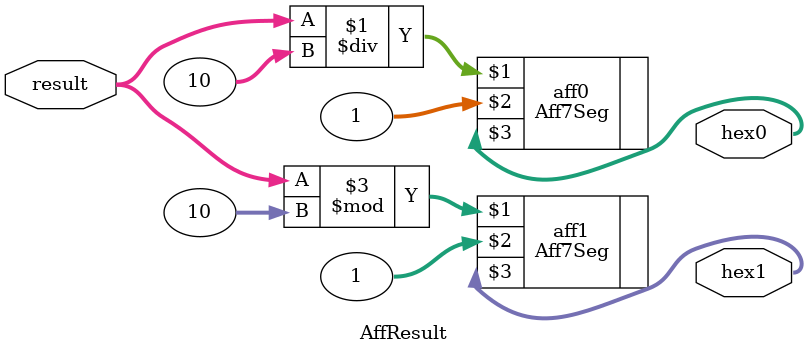
<source format=v>
module AffResult(result, hex0, hex1);

input[6:0] result;
output[6:0] hex0, hex1;

Aff7Seg aff0(result / 10, 1, hex0);
Aff7Seg aff1(result % 10, 1, hex1);

endmodule

</source>
